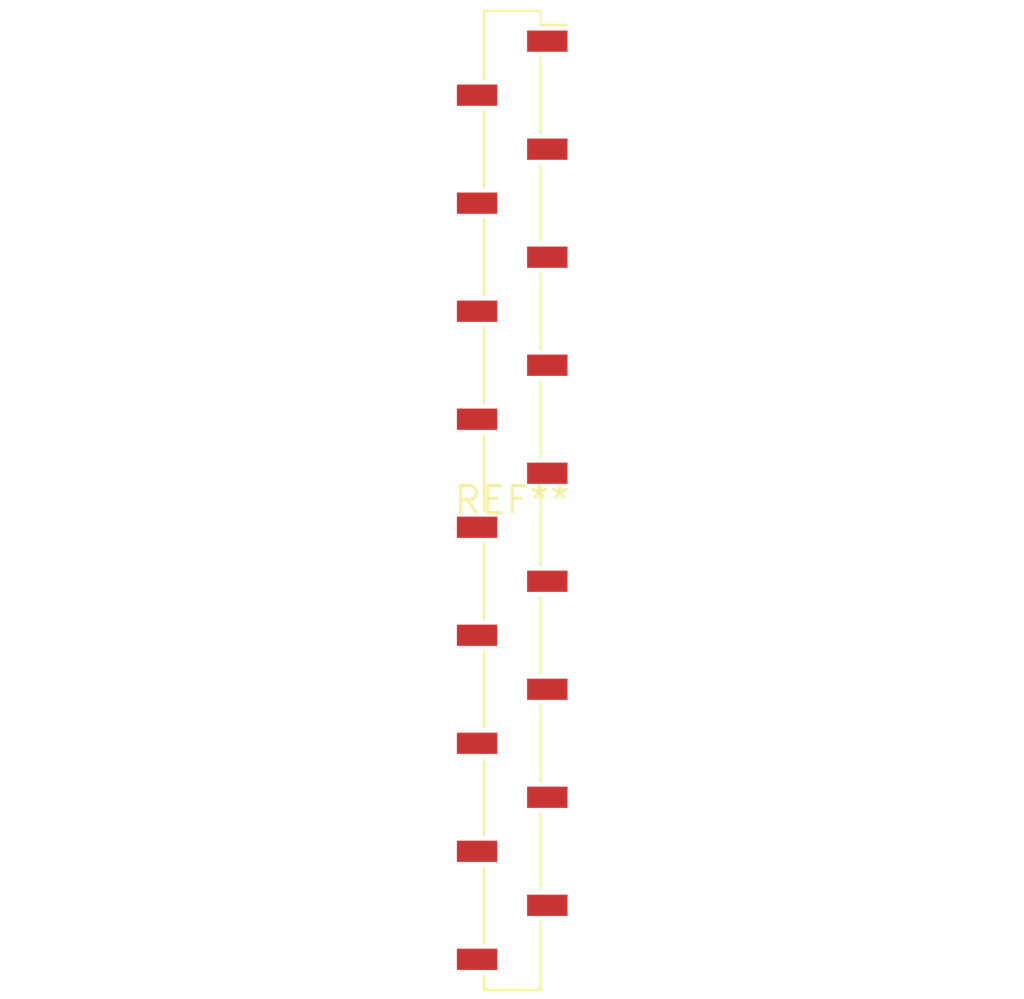
<source format=kicad_pcb>
(kicad_pcb (version 20240108) (generator pcbnew)
  (layers (0 "F.Cu" signal) (31 "B.Cu" signal) (34 "B.Paste" user) (35 "F.Paste" user) (36 "B.SilkS" user "B.Silkscreen") (37 "F.SilkS" user "F.Silkscreen") (38 "B.Mask" user) (39 "F.Mask" user) (44 "Edge.Cuts" user))
  (net 0 "")
  (footprint "PinSocket_1x18_P2.54mm_Vertical_SMD_Pin1Right" (layer "F.Cu") (at 0 0)
    (property "Reference" "REF**")
    (property "Value" "PinSocket_1x18_P2.54mm_Vertical_SMD_Pin1Right")
    (fp_line (start -1.33 -23.02) (end -1.33 -19.81) (layer "F.SilkS") (stroke (width 0.12)))
    (fp_line (start -1.33 -23.02) (end 1.33 -23.02) (layer "F.SilkS") (stroke (width 0.12)))
    (fp_line (start -1.33 -18.29) (end -1.33 -14.73) (layer "F.SilkS") (stroke (width 0.12)))
    (fp_line (start -1.33 -13.21) (end -1.33 -9.65) (layer "F.SilkS") (stroke (width 0.12)))
    (fp_line (start -1.33 -8.13) (end -1.33 -4.57) (layer "F.SilkS") (stroke (width 0.12)))
    (fp_line (start -1.33 -3.05) (end -1.33 0.51) (layer "F.SilkS") (stroke (width 0.12)))
    (fp_line (start -1.33 2.03) (end -1.33 5.59) (layer "F.SilkS") (stroke (width 0.12)))
    (fp_line (start -1.33 7.11) (end -1.33 10.67) (layer "F.SilkS") (stroke (width 0.12)))
    (fp_line (start -1.33 12.19) (end -1.33 15.75) (layer "F.SilkS") (stroke (width 0.12)))
    (fp_line (start -1.33 17.27) (end -1.33 20.83) (layer "F.SilkS") (stroke (width 0.12)))
    (fp_line (start -1.33 22.35) (end -1.33 23.02) (layer "F.SilkS") (stroke (width 0.12)))
    (fp_line (start -1.33 23.02) (end 1.33 23.02) (layer "F.SilkS") (stroke (width 0.12)))
    (fp_line (start 1.33 -23.02) (end 1.33 -22.35) (layer "F.SilkS") (stroke (width 0.12)))
    (fp_line (start 1.33 -22.35) (end 2.54 -22.35) (layer "F.SilkS") (stroke (width 0.12)))
    (fp_line (start 1.33 -20.83) (end 1.33 -17.27) (layer "F.SilkS") (stroke (width 0.12)))
    (fp_line (start 1.33 -15.75) (end 1.33 -12.19) (layer "F.SilkS") (stroke (width 0.12)))
    (fp_line (start 1.33 -10.67) (end 1.33 -7.11) (layer "F.SilkS") (stroke (width 0.12)))
    (fp_line (start 1.33 -5.59) (end 1.33 -2.03) (layer "F.SilkS") (stroke (width 0.12)))
    (fp_line (start 1.33 -0.51) (end 1.33 3.05) (layer "F.SilkS") (stroke (width 0.12)))
    (fp_line (start 1.33 4.57) (end 1.33 8.13) (layer "F.SilkS") (stroke (width 0.12)))
    (fp_line (start 1.33 9.65) (end 1.33 13.21) (layer "F.SilkS") (stroke (width 0.12)))
    (fp_line (start 1.33 14.73) (end 1.33 18.29) (layer "F.SilkS") (stroke (width 0.12)))
    (fp_line (start 1.33 19.81) (end 1.33 23.02) (layer "F.SilkS") (stroke (width 0.12)))
    (pad "1" smd rect (at 1.65 -21.59) (size 1.9 1) (layers "F.Cu" "F.Paste" "F.Mask"))
    (pad "2" smd rect (at -1.65 -19.05) (size 1.9 1) (layers "F.Cu" "F.Paste" "F.Mask"))
    (pad "3" smd rect (at 1.65 -16.51) (size 1.9 1) (layers "F.Cu" "F.Paste" "F.Mask"))
    (pad "4" smd rect (at -1.65 -13.97) (size 1.9 1) (layers "F.Cu" "F.Paste" "F.Mask"))
    (pad "5" smd rect (at 1.65 -11.43) (size 1.9 1) (layers "F.Cu" "F.Paste" "F.Mask"))
    (pad "6" smd rect (at -1.65 -8.89) (size 1.9 1) (layers "F.Cu" "F.Paste" "F.Mask"))
    (pad "7" smd rect (at 1.65 -6.35) (size 1.9 1) (layers "F.Cu" "F.Paste" "F.Mask"))
    (pad "8" smd rect (at -1.65 -3.81) (size 1.9 1) (layers "F.Cu" "F.Paste" "F.Mask"))
    (pad "9" smd rect (at 1.65 -1.27) (size 1.9 1) (layers "F.Cu" "F.Paste" "F.Mask"))
    (pad "10" smd rect (at -1.65 1.27) (size 1.9 1) (layers "F.Cu" "F.Paste" "F.Mask"))
    (pad "11" smd rect (at 1.65 3.81) (size 1.9 1) (layers "F.Cu" "F.Paste" "F.Mask"))
    (pad "12" smd rect (at -1.65 6.35) (size 1.9 1) (layers "F.Cu" "F.Paste" "F.Mask"))
    (pad "13" smd rect (at 1.65 8.89) (size 1.9 1) (layers "F.Cu" "F.Paste" "F.Mask"))
    (pad "14" smd rect (at -1.65 11.43) (size 1.9 1) (layers "F.Cu" "F.Paste" "F.Mask"))
    (pad "15" smd rect (at 1.65 13.97) (size 1.9 1) (layers "F.Cu" "F.Paste" "F.Mask"))
    (pad "16" smd rect (at -1.65 16.51) (size 1.9 1) (layers "F.Cu" "F.Paste" "F.Mask"))
    (pad "17" smd rect (at 1.65 19.05) (size 1.9 1) (layers "F.Cu" "F.Paste" "F.Mask"))
    (pad "18" smd rect (at -1.65 21.59) (size 1.9 1) (layers "F.Cu" "F.Paste" "F.Mask"))
  )
)
</source>
